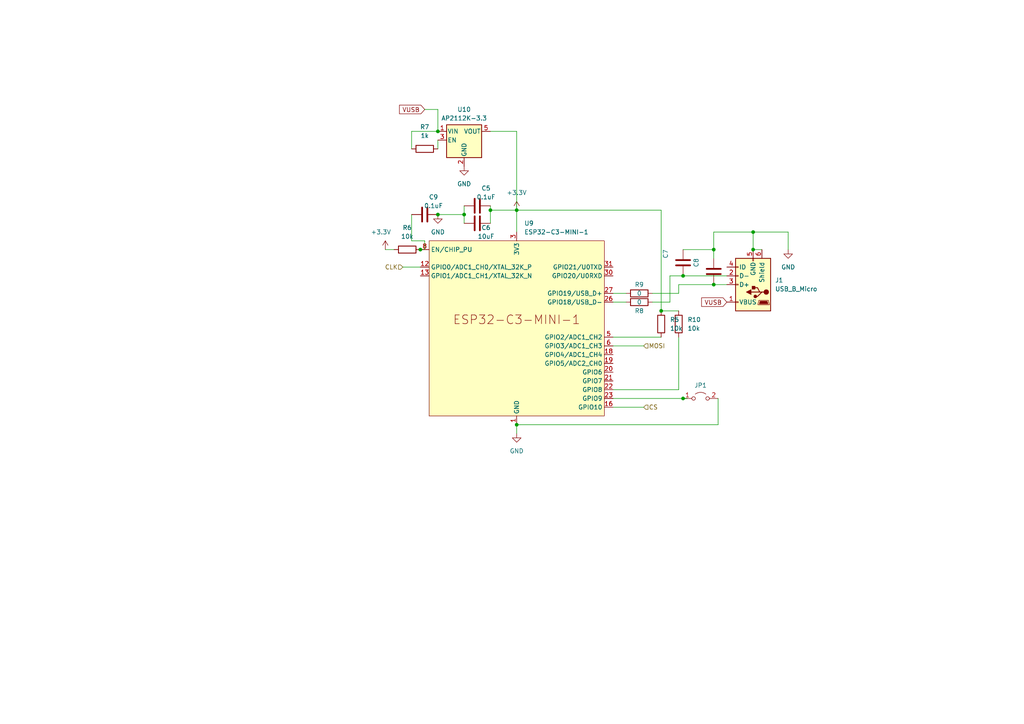
<source format=kicad_sch>
(kicad_sch (version 20230121) (generator eeschema)
  (paper "A4")
  (lib_symbols
    (symbol "Connector:USB_B_Micro" (pin_names (offset 1.016))
      (property "Reference" "J" (at -5.08 11.43 0))
      (property "Value" "USB_B_Micro" (at -5.08 8.89 0))
      (symbol "USB_B_Micro_0_1"
        (rectangle (start -5.08 -7.62) (end 5.08 7.62) (stroke (width 0.254)) (fill (type background)))
        (circle (center -3.81 2.159) (radius 0.635) (stroke (width 0.254)) (fill (type outline)))
        (circle (center -0.635 3.429) (radius 0.381) (stroke (width 0.254)) (fill (type outline)))
        (rectangle (start -0.127 -7.62) (end 0.127 -6.858))
        (polyline (pts (xy -1.905 2.159) (xy 0.635 2.159)) (stroke (width 0.254)))
        (polyline (pts (xy -3.175 2.159) (xy -2.54 2.159) (xy -1.27 3.429) (xy -0.635 3.429)) (stroke (width 0.254)))
        (polyline (pts (xy -2.54 2.159) (xy -1.905 2.159) (xy -1.27 0.889) (xy 0 0.889)) (stroke (width 0.254)))
        (polyline (pts (xy 0.635 2.794) (xy 0.635 1.524) (xy 1.905 2.159) (xy 0.635 2.794)) (stroke (width 0.254)) (fill (type outline)))
        (polyline (pts (xy -4.318 5.588) (xy -1.778 5.588) (xy -2.032 4.826) (xy -4.064 4.826) (xy -4.318 5.588)) (fill (type outline)))
        (polyline (pts (xy -4.699 5.842) (xy -4.699 5.588) (xy -4.445 4.826) (xy -4.445 4.572) (xy -1.651 4.572) (xy -1.651 4.826) (xy -1.397 5.588) (xy -1.397 5.842) (xy -4.699 5.842)))
        (rectangle (start 0.254 1.27) (end -0.508 0.508) (stroke (width 0.254)) (fill (type outline)))
        (rectangle (start 5.08 -5.207) (end 4.318 -4.953))
        (rectangle (start 5.08 -2.667) (end 4.318 -2.413))
        (rectangle (start 5.08 -0.127) (end 4.318 0.127))
        (rectangle (start 5.08 4.953) (end 4.318 5.207))
      )
      (symbol "USB_B_Micro_1_1"
        (pin power_out line (at 7.62 5.08 180) (length 2.54) (name "VBUS") (number "1"))
        (pin bidirectional line (at 7.62 -2.54 180) (length 2.54) (name "D-") (number "2"))
        (pin bidirectional line (at 7.62 0 180) (length 2.54) (name "D+") (number "3"))
        (pin passive line (at 7.62 -5.08 180) (length 2.54) (name "ID") (number "4"))
        (pin power_out line (at 0 -10.16 90) (length 2.54) (name "GND") (number "5"))
        (pin passive line (at -2.54 -10.16 90) (length 2.54) (name "Shield") (number "6"))
      )
    )
    (symbol "Device:C" (pin_numbers hide) (pin_names (offset 0.254))
      (property "Reference" "C" (at 0.635 2.54 0))
      (property "Value" "C" (at 0.635 -2.54 0))
      (symbol "C_0_1"
        (polyline (pts (xy -2.032 -0.762) (xy 2.032 -0.762)) (stroke (width 0.508)))
        (polyline (pts (xy -2.032 0.762) (xy 2.032 0.762)) (stroke (width 0.508)))
      )
      (symbol "C_1_1"
        (pin passive line (at 0 3.81 270) (length 2.794) (name "~") (number "1"))
        (pin passive line (at 0 -3.81 90) (length 2.794) (name "~") (number "2"))
      )
    )
    (symbol "Device:R" (pin_numbers hide) (pin_names (offset 0))
      (property "Reference" "R" (at 2.032 0 90))
      (property "Value" "R" (at 0 0 90))
      (symbol "R_0_1"
        (rectangle (start -1.016 -2.54) (end 1.016 2.54) (stroke (width 0.254)))
      )
      (symbol "R_1_1"
        (pin passive line (at 0 3.81 270) (length 1.27) (name "~") (number "1"))
        (pin passive line (at 0 -3.81 90) (length 1.27) (name "~") (number "2"))
      )
    )
    (symbol "Jumper:Jumper_2_Open" (pin_names (offset 0) hide)
      (property "Reference" "JP" (at 0 2.794 0))
      (property "Value" "Jumper_2_Open" (at 0 -2.286 0))
      (symbol "Jumper_2_Open_0_0"
        (circle (center -2.032 0) (radius 0.508))
        (circle (center 2.032 0) (radius 0.508))
      )
      (symbol "Jumper_2_Open_0_1"
        (arc (start 1.524 1.27) (mid 0 1.778) (end -1.524 1.27))
      )
      (symbol "Jumper_2_Open_1_1"
        (pin passive line (at -5.08 0 0) (length 2.54) (name "A") (number "1"))
        (pin passive line (at 5.08 0 180) (length 2.54) (name "B") (number "2"))
      )
    )
    (symbol "PCM_Espressif:ESP32-C3-MINI-1"
      (property "Reference" "U" (at -25.4 30.48 0))
      (property "Value" "ESP32-C3-MINI-1" (at -25.4 27.94 0))
      (symbol "ESP32-C3-MINI-1_0_0"
        (text "ESP32-C3-MINI-1" (at 0 2.54 0) (effects (font (size 2.54 2.54))))
      )
      (symbol "ESP32-C3-MINI-1_0_1"
        (rectangle (start -25.4 25.4) (end 25.4 -25.4) (fill (type background)))
      )
      (symbol "ESP32-C3-MINI-1_1_1"
        (pin power_in line (at 0 -27.94 90) (length 2.54) (name "GND") (number "1"))
        (pin no_connect line (at -25.4 2.54 0) (length 2.54) hide (name "NC") (number "10"))
        (pin passive line (at 0 -27.94 90) (length 2.54) hide (name "GND") (number "11"))
        (pin bidirectional line (at -27.94 17.78 0) (length 2.54) (name "GPIO0/ADC1_CH0/XTAL_32K_P") (number "12"))
        (pin bidirectional line (at -27.94 15.24 0) (length 2.54) (name "GPIO1/ADC1_CH1/XTAL_32K_N") (number "13"))
        (pin passive line (at 0 -27.94 90) (length 2.54) hide (name "GND") (number "14"))
        (pin no_connect line (at -25.4 0 0) (length 2.54) hide (name "NC") (number "15"))
        (pin bidirectional line (at 27.94 -22.86 180) (length 2.54) (name "GPIO10") (number "16"))
        (pin no_connect line (at -25.4 -2.54 0) (length 2.54) hide (name "NC") (number "17"))
        (pin bidirectional line (at 27.94 -7.62 180) (length 2.54) (name "GPIO4/ADC1_CH4") (number "18"))
        (pin bidirectional line (at 27.94 -10.16 180) (length 2.54) (name "GPIO5/ADC2_CH0") (number "19"))
        (pin passive line (at 0 -27.94 90) (length 2.54) hide (name "GND") (number "2"))
        (pin bidirectional line (at 27.94 -12.7 180) (length 2.54) (name "GPIO6") (number "20"))
        (pin bidirectional line (at 27.94 -15.24 180) (length 2.54) (name "GPIO7") (number "21"))
        (pin bidirectional line (at 27.94 -17.78 180) (length 2.54) (name "GPIO8") (number "22"))
        (pin bidirectional line (at 27.94 -20.32 180) (length 2.54) (name "GPIO9") (number "23"))
        (pin no_connect line (at -25.4 -5.08 0) (length 2.54) hide (name "NC") (number "24"))
        (pin no_connect line (at -25.4 -7.62 0) (length 2.54) hide (name "NC") (number "25"))
        (pin bidirectional line (at 27.94 7.62 180) (length 2.54) (name "GPIO18/USB_D-") (number "26"))
        (pin bidirectional line (at 27.94 10.16 180) (length 2.54) (name "GPIO19/USB_D+") (number "27"))
        (pin no_connect line (at -25.4 -10.16 0) (length 2.54) hide (name "NC") (number "28"))
        (pin no_connect line (at -25.4 -12.7 0) (length 2.54) hide (name "NC") (number "29"))
        (pin power_in line (at 0 27.94 270) (length 2.54) (name "3V3") (number "3"))
        (pin bidirectional line (at 27.94 15.24 180) (length 2.54) (name "GPIO20/U0RXD") (number "30"))
        (pin bidirectional line (at 27.94 17.78 180) (length 2.54) (name "GPIO21/U0TXD") (number "31"))
        (pin no_connect line (at -25.4 -15.24 0) (length 2.54) hide (name "NC") (number "32"))
        (pin no_connect line (at -25.4 -17.78 0) (length 2.54) hide (name "NC") (number "33"))
        (pin no_connect line (at -25.4 -20.32 0) (length 2.54) hide (name "NC") (number "34"))
        (pin no_connect line (at -25.4 -22.86 0) (length 2.54) hide (name "NC") (number "35"))
        (pin passive line (at 0 -27.94 90) (length 2.54) hide (name "GND") (number "36"))
        (pin passive line (at 0 -27.94 90) (length 2.54) hide (name "GND") (number "37"))
        (pin passive line (at 0 -27.94 90) (length 2.54) hide (name "GND") (number "38"))
        (pin passive line (at 0 -27.94 90) (length 2.54) hide (name "GND") (number "39"))
        (pin no_connect line (at -25.4 10.16 0) (length 2.54) hide (name "NC") (number "4"))
        (pin passive line (at 0 -27.94 90) (length 2.54) hide (name "GND") (number "40"))
        (pin passive line (at 0 -27.94 90) (length 2.54) hide (name "GND") (number "41"))
        (pin passive line (at 0 -27.94 90) (length 2.54) hide (name "GND") (number "42"))
        (pin passive line (at 0 -27.94 90) (length 2.54) hide (name "GND") (number "43"))
        (pin passive line (at 0 -27.94 90) (length 2.54) hide (name "GND") (number "44"))
        (pin passive line (at 0 -27.94 90) (length 2.54) hide (name "GND") (number "45"))
        (pin passive line (at 0 -27.94 90) (length 2.54) hide (name "GND") (number "46"))
        (pin passive line (at 0 -27.94 90) (length 2.54) hide (name "GND") (number "47"))
        (pin passive line (at 0 -27.94 90) (length 2.54) hide (name "GND") (number "48"))
        (pin passive line (at 0 -27.94 90) (length 2.54) hide (name "GND") (number "49"))
        (pin bidirectional line (at 27.94 -2.54 180) (length 2.54) (name "GPIO2/ADC1_CH2") (number "5"))
        (pin passive line (at 0 -27.94 90) (length 2.54) hide (name "GND") (number "50"))
        (pin passive line (at 0 -27.94 90) (length 2.54) hide (name "GND") (number "51"))
        (pin passive line (at 0 -27.94 90) (length 2.54) hide (name "GND") (number "52"))
        (pin passive line (at 0 -27.94 90) (length 2.54) hide (name "GND") (number "53"))
        (pin bidirectional line (at 27.94 -5.08 180) (length 2.54) (name "GPIO3/ADC1_CH3") (number "6"))
        (pin no_connect line (at -25.4 7.62 0) (length 2.54) hide (name "NC") (number "7"))
        (pin input line (at -27.94 22.86 0) (length 2.54) (name "EN/CHIP_PU") (number "8"))
        (pin no_connect line (at -25.4 5.08 0) (length 2.54) hide (name "NC") (number "9"))
      )
    )
    (symbol "Regulator_Linear:AP2112K-3.3" (pin_names (offset 0.254))
      (property "Reference" "U" (at -5.08 5.715 0))
      (property "Value" "AP2112K-3.3" (at 0 5.715 0))
      (symbol "AP2112K-3.3_0_1"
        (rectangle (start -5.08 4.445) (end 5.08 -5.08) (stroke (width 0.254)) (fill (type background)))
      )
      (symbol "AP2112K-3.3_1_1"
        (pin power_in line (at -7.62 2.54 0) (length 2.54) (name "VIN") (number "1"))
        (pin power_in line (at 0 -7.62 90) (length 2.54) (name "GND") (number "2"))
        (pin input line (at -7.62 0 0) (length 2.54) (name "EN") (number "3"))
        (pin no_connect line (at 5.08 0 180) (length 2.54) hide (name "NC") (number "4"))
        (pin power_out line (at 7.62 2.54 180) (length 2.54) (name "VOUT") (number "5"))
      )
    )
    (symbol "power:+3.3V" (power) (pin_names (offset 0))
      (property "Value" "+3.3V" (at 0 3.556 0))
      (symbol "+3.3V_0_1"
        (polyline (pts (xy -0.762 1.27) (xy 0 2.54)))
        (polyline (pts (xy 0 0) (xy 0 2.54)))
        (polyline (pts (xy 0 2.54) (xy 0.762 1.27)))
      )
      (symbol "+3.3V_1_1"
        (pin power_in line (at 0 0 90) (length 0) hide (name "+3.3V") (number "1"))
      )
    )
    (symbol "power:GND" (power) (pin_names (offset 0))
      (property "Value" "GND" (at 0 -3.81 0))
      (symbol "GND_0_1"
        (polyline (pts (xy 0 0) (xy 0 -1.27) (xy 1.27 -1.27) (xy 0 -2.54) (xy -1.27 -1.27) (xy 0 -1.27)))
      )
      (symbol "GND_1_1"
        (pin power_in line (at 0 0 270) (length 0) hide (name "GND") (number "1"))
      )
    )
  )
  (junction (at 149.86 123.19))
  (junction (at 127 62.23))
  (junction (at 142.24 60.96))
  (junction (at 198.12 80.01))
  (junction (at 149.86 60.96))
  (junction (at 218.44 72.39))
  (junction (at 127 38.1))
  (junction (at 191.77 90.17))
  (junction (at 198.12 115.57))
  (junction (at 207.01 72.39))
  (junction (at 134.62 62.23))
  (junction (at 121.92 72.39))
  (junction (at 218.44 67.31))
  (junction (at 207.01 82.55))
  (wire (pts (xy 127 40.64) (xy 127 43.18)))
  (wire (pts (xy 207.01 72.39) (xy 207.01 67.31)))
  (wire (pts (xy 149.86 123.19) (xy 149.86 125.73)))
  (wire (pts (xy 119.38 43.18) (xy 119.38 38.1)))
  (wire (pts (xy 127 31.75) (xy 127 38.1)))
  (wire (pts (xy 149.86 38.1) (xy 149.86 60.96)))
  (wire (pts (xy 191.77 90.17) (xy 191.77 60.96)))
  (wire (pts (xy 207.01 72.39) (xy 207.01 74.93)))
  (wire (pts (xy 116.84 77.47) (xy 121.92 77.47)))
  (wire (pts (xy 123.19 69.85) (xy 123.19 72.39)))
  (wire (pts (xy 198.12 80.01) (xy 210.82 80.01)))
  (wire (pts (xy 119.38 69.85) (xy 123.19 69.85)))
  (wire (pts (xy 191.77 60.96) (xy 149.86 60.96)))
  (wire (pts (xy 207.01 82.55) (xy 210.82 82.55)))
  (wire (pts (xy 119.38 62.23) (xy 119.38 69.85)))
  (wire (pts (xy 218.44 72.39) (xy 220.98 72.39)))
  (wire (pts (xy 218.44 67.31) (xy 218.44 72.39)))
  (wire (pts (xy 198.12 115.57) (xy 199.39 115.57)))
  (wire (pts (xy 194.31 87.63) (xy 194.31 80.01)))
  (wire (pts (xy 123.19 31.75) (xy 127 31.75)))
  (wire (pts (xy 177.8 115.57) (xy 198.12 115.57)))
  (wire (pts (xy 177.8 97.79) (xy 191.77 97.79)))
  (wire (pts (xy 194.31 80.01) (xy 198.12 80.01)))
  (wire (pts (xy 208.28 123.19) (xy 149.86 123.19)))
  (wire (pts (xy 177.8 118.11) (xy 186.69 118.11)))
  (wire (pts (xy 177.8 113.03) (xy 196.85 113.03)))
  (wire (pts (xy 134.62 59.69) (xy 134.62 62.23)))
  (wire (pts (xy 196.85 82.55) (xy 207.01 82.55)))
  (wire (pts (xy 119.38 38.1) (xy 127 38.1)))
  (wire (pts (xy 142.24 60.96) (xy 142.24 64.77)))
  (wire (pts (xy 189.23 87.63) (xy 194.31 87.63)))
  (wire (pts (xy 177.8 85.09) (xy 181.61 85.09)))
  (wire (pts (xy 196.85 85.09) (xy 196.85 82.55)))
  (wire (pts (xy 228.6 72.39) (xy 228.6 67.31)))
  (wire (pts (xy 142.24 59.69) (xy 142.24 60.96)))
  (wire (pts (xy 228.6 67.31) (xy 218.44 67.31)))
  (wire (pts (xy 177.8 100.33) (xy 186.69 100.33)))
  (wire (pts (xy 142.24 60.96) (xy 149.86 60.96)))
  (wire (pts (xy 149.86 60.96) (xy 149.86 67.31)))
  (wire (pts (xy 123.19 72.39) (xy 121.92 72.39)))
  (wire (pts (xy 196.85 97.79) (xy 196.85 113.03)))
  (wire (pts (xy 127 62.23) (xy 134.62 62.23)))
  (wire (pts (xy 111.76 72.39) (xy 114.3 72.39)))
  (wire (pts (xy 142.24 38.1) (xy 149.86 38.1)))
  (wire (pts (xy 198.12 72.39) (xy 207.01 72.39)))
  (wire (pts (xy 177.8 87.63) (xy 181.61 87.63)))
  (wire (pts (xy 207.01 67.31) (xy 218.44 67.31)))
  (wire (pts (xy 208.28 115.57) (xy 208.28 123.19)))
  (wire (pts (xy 189.23 85.09) (xy 196.85 85.09)))
  (wire (pts (xy 191.77 90.17) (xy 196.85 90.17)))
  (wire (pts (xy 134.62 62.23) (xy 134.62 64.77)))
  (global_label "VUSB" (shape input) (at 123.19 31.75 180) (property "Intersheetrefs" "${INTERSHEET_REFS}" (effects hide)))
  (global_label "VUSB" (shape input) (at 210.82 87.63 180) (property "Intersheetrefs" "${INTERSHEET_REFS}" (effects hide)))
  (hierarchical_label "MOSI" (shape input) (at 186.69 100.33 0))
  (hierarchical_label "CLK" (shape input) (at 116.84 77.47 180))
  (hierarchical_label "CS" (shape input) (at 186.69 118.11 0))
  (symbol (lib_id "Device:C") (at 207.01 78.74 180) (unit 1)
    (property "Reference" "C8" (at 201.93 76.2 90))
    (property "Value" "0.1uF" (effects hide))
    (property "Footprint" "Capacitor_SMD:C_0402_1005Metric" (effects hide))
  )
  (symbol (lib_id "power:+3.3V") (at 149.86 60.96 0) (unit 1)
    (property "Reference" "#PWR01" (effects hide))
    (property "Value" "+3.3V" (at 149.86 55.88 0))
  )
  (symbol (lib_id "Device:C") (at 138.43 64.77 90) (unit 1)
    (property "Reference" "C6" (at 140.97 66.04 90))
    (property "Value" "10uF" (at 140.97 68.58 90))
    (property "Footprint" "Capacitor_SMD:C_0402_1005Metric" (effects hide))
  )
  (symbol (lib_id "Connector:USB_B_Micro") (at 218.44 82.55 180) (unit 1)
    (property "Reference" "J1" (at 224.79 81.28 0) (effects (justify right)))
    (property "Value" "USB_B_Micro" (at 224.79 83.82 0) (effects (justify right)))
    (property "Footprint" "Connector_USB:USB_Micro-B_Amphenol_10104110_Horizontal" (effects hide))
  )
  (symbol (lib_id "power:+3.3V") (at 111.76 72.39 0) (unit 1)
    (property "Reference" "#PWR04" (effects hide))
    (property "Value" "+3.3V" (at 110.49 67.31 0))
  )
  (symbol (lib_id "Device:R") (at 191.77 93.98 0) (unit 1)
    (property "Reference" "R5" (at 194.31 92.71 0) (effects (justify left)))
    (property "Value" "10k" (at 194.31 95.25 0) (effects (justify left)))
    (property "Footprint" "Resistor_SMD:R_0402_1005Metric" (effects hide))
  )
  (symbol (lib_id "Device:C") (at 123.19 62.23 90) (unit 1)
    (property "Reference" "C9" (at 125.73 57.15 90))
    (property "Value" "0.1uF" (at 125.73 59.69 90))
    (property "Footprint" "Capacitor_SMD:C_0402_1005Metric" (effects hide))
  )
  (symbol (lib_id "Regulator_Linear:AP2112K-3.3") (at 134.62 40.64 0) (unit 1)
    (property "Reference" "U10" (at 134.62 31.75 0))
    (property "Value" "AP2112K-3.3" (at 134.62 34.29 0))
    (property "Footprint" "Package_TO_SOT_SMD:SOT-23-5" (effects hide))
    (property "Datasheet" "https://www.diodes.com/assets/Datasheets/AP2112.pdf" (effects hide))
  )
  (symbol (lib_id "power:GND") (at 149.86 125.73 0) (unit 1)
    (property "Reference" "#PWR02" (effects hide))
    (property "Value" "GND" (at 149.86 130.81 0))
  )
  (symbol (lib_id "Device:R") (at 196.85 93.98 0) (unit 1)
    (property "Reference" "R10" (at 199.39 92.71 0) (effects (justify left)))
    (property "Value" "10k" (at 199.39 95.25 0) (effects (justify left)))
    (property "Footprint" "Resistor_SMD:R_0402_1005Metric" (effects hide))
  )
  (symbol (lib_id "PCM_Espressif:ESP32-C3-MINI-1") (at 149.86 95.25 0) (unit 1)
    (property "Reference" "U9" (at 152.0541 64.77 0) (effects (justify left)))
    (property "Value" "ESP32-C3-MINI-1" (at 152.0541 67.31 0) (effects (justify left)))
    (property "Footprint" "PCM_Espressif:ESP32-C3-MINI-1" (effects hide))
    (property "Datasheet" "https://www.espressif.com/sites/default/files/documentation/esp32-c3-mini-1_datasheet_en.pdf" (effects hide))
  )
  (symbol (lib_id "Device:R") (at 123.19 43.18 90) (unit 1)
    (property "Reference" "R7" (at 123.19 36.83 90))
    (property "Value" "1k" (at 123.19 39.37 90))
    (property "Footprint" "Resistor_SMD:R_0402_1005Metric" (effects hide))
  )
  (symbol (lib_id "power:GND") (at 228.6 72.39 0) (unit 1)
    (property "Reference" "#PWR06" (effects hide))
    (property "Value" "GND" (at 228.6 77.47 0))
  )
  (symbol (lib_id "Device:C") (at 198.12 76.2 180) (unit 1)
    (property "Reference" "C7" (at 193.04 73.66 90))
    (property "Value" "0.1uF" (effects hide))
    (property "Footprint" "Capacitor_SMD:C_0402_1005Metric" (effects hide))
  )
  (symbol (lib_id "Device:R") (at 185.42 87.63 90) (unit 1)
    (property "Reference" "R8" (at 185.42 90.17 90))
    (property "Value" "0" (at 185.42 87.63 90))
    (property "Footprint" "Resistor_SMD:R_0402_1005Metric" (effects hide))
  )
  (symbol (lib_id "Device:R") (at 185.42 85.09 90) (unit 1)
    (property "Reference" "R9" (at 185.42 82.55 90))
    (property "Value" "0" (at 185.42 85.09 90))
    (property "Footprint" "Resistor_SMD:R_0402_1005Metric" (effects hide))
  )
  (symbol (lib_id "power:GND") (at 134.62 48.26 0) (unit 1)
    (property "Reference" "#PWR05" (effects hide))
    (property "Value" "GND" (at 134.62 53.34 0))
  )
  (symbol (lib_id "Device:R") (at 118.11 72.39 90) (unit 1)
    (property "Reference" "R6" (at 118.11 66.04 90))
    (property "Value" "10k" (at 118.11 68.58 90))
    (property "Footprint" "Resistor_SMD:R_0402_1005Metric" (effects hide))
  )
  (symbol (lib_id "Jumper:Jumper_2_Open") (at 203.2 115.57 0) (unit 1)
    (property "Reference" "JP1" (at 203.2 111.76 0))
    (property "Value" "Jumper_2_Open" (effects hide))
    (property "Footprint" "Jumper:SolderJumper-2_P1.3mm_Open_Pad1.0x1.5mm" (effects hide))
  )
  (symbol (lib_id "power:GND") (at 127 62.23 0) (unit 1)
    (property "Reference" "#PWR03" (effects hide))
    (property "Value" "GND" (at 127 67.31 0))
  )
  (symbol (lib_id "Device:C") (at 138.43 59.69 90) (unit 1)
    (property "Reference" "C5" (at 140.97 54.61 90))
    (property "Value" "0.1uF" (at 140.97 57.15 90))
    (property "Footprint" "Capacitor_SMD:C_0402_1005Metric" (effects hide))
  )
)
</source>
